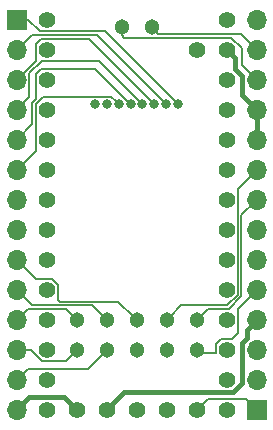
<source format=gbr>
G04 #@! TF.GenerationSoftware,KiCad,Pcbnew,(5.1.4-0-10_14)*
G04 #@! TF.CreationDate,2019-10-03T18:56:30-07:00*
G04 #@! TF.ProjectId,teensy4_header_breakout,7465656e-7379-4345-9f68-65616465725f,rev?*
G04 #@! TF.SameCoordinates,Original*
G04 #@! TF.FileFunction,Copper,L1,Top*
G04 #@! TF.FilePolarity,Positive*
%FSLAX46Y46*%
G04 Gerber Fmt 4.6, Leading zero omitted, Abs format (unit mm)*
G04 Created by KiCad (PCBNEW (5.1.4-0-10_14)) date 2019-10-03 18:56:30*
%MOMM*%
%LPD*%
G04 APERTURE LIST*
%ADD10C,1.404000*%
%ADD11C,1.304000*%
%ADD12C,0.804000*%
%ADD13O,1.700000X1.700000*%
%ADD14R,1.700000X1.700000*%
%ADD15C,0.152400*%
%ADD16C,0.457200*%
G04 APERTURE END LIST*
D10*
X152400000Y-111760000D03*
X167640000Y-81280000D03*
X165100000Y-83820000D03*
X167640000Y-83820000D03*
X167640000Y-86360000D03*
X167640000Y-88900000D03*
X167640000Y-91440000D03*
X167640000Y-93980000D03*
X167640000Y-96520000D03*
X167640000Y-99060000D03*
X167640000Y-101600000D03*
X167640000Y-104140000D03*
X167640000Y-106680000D03*
X167640000Y-109220000D03*
X167640000Y-111760000D03*
X167640000Y-114300000D03*
X165100000Y-114300000D03*
X162560000Y-114300000D03*
X160020000Y-114300000D03*
X157480000Y-114300000D03*
X154940000Y-114300000D03*
X152400000Y-114300000D03*
X152400000Y-109220000D03*
X152400000Y-106680000D03*
X152400000Y-104140000D03*
X152400000Y-101600000D03*
X152400000Y-99060000D03*
X152400000Y-96520000D03*
X152400000Y-93980000D03*
X152400000Y-91440000D03*
X152400000Y-88900000D03*
X152400000Y-86360000D03*
D11*
X158750000Y-81915000D03*
X161290000Y-81915000D03*
D12*
X156520000Y-88418400D03*
X157520000Y-88418400D03*
X158520000Y-88418400D03*
X159520000Y-88418400D03*
X160520000Y-88418400D03*
X161520000Y-88418400D03*
X162520000Y-88418400D03*
X163520000Y-88418400D03*
D11*
X154940000Y-106680000D03*
X154940000Y-109220000D03*
X157480000Y-106680000D03*
X157480000Y-109220000D03*
X160020000Y-106680000D03*
X160020000Y-109220000D03*
X162560000Y-106680000D03*
X162560000Y-109220000D03*
X165100000Y-106680000D03*
X165100000Y-109220000D03*
D10*
X152400000Y-83820000D03*
X152400000Y-81280000D03*
D13*
X170180000Y-81280000D03*
X170180000Y-83820000D03*
X170180000Y-86360000D03*
X170180000Y-88900000D03*
X170180000Y-91440000D03*
X170180000Y-93980000D03*
X170180000Y-96520000D03*
X170180000Y-99060000D03*
X170180000Y-101600000D03*
X170180000Y-104140000D03*
X170180000Y-106680000D03*
X170180000Y-109220000D03*
X170180000Y-111760000D03*
D14*
X170180000Y-114300000D03*
D13*
X149860000Y-114300000D03*
X149860000Y-111760000D03*
X149860000Y-109220000D03*
X149860000Y-106680000D03*
X149860000Y-104140000D03*
X149860000Y-101600000D03*
X149860000Y-99060000D03*
X149860000Y-96520000D03*
X149860000Y-93980000D03*
X149860000Y-91440000D03*
X149860000Y-88900000D03*
X149860000Y-86360000D03*
X149860000Y-83820000D03*
D14*
X149860000Y-81280000D03*
D15*
X154009399Y-113369399D02*
X154686390Y-114046390D01*
X150790601Y-113369399D02*
X154009399Y-113369399D01*
X149860000Y-114300000D02*
X150790601Y-113369399D01*
D16*
X153856999Y-113216999D02*
X154533990Y-113893990D01*
X150943001Y-113216999D02*
X153856999Y-113216999D01*
X149860000Y-114300000D02*
X150943001Y-113216999D01*
D15*
X154009399Y-110150601D02*
X154686390Y-109473610D01*
X151992682Y-110150601D02*
X154009399Y-110150601D01*
X151062081Y-109220000D02*
X151992682Y-110150601D01*
X149860000Y-109220000D02*
X151062081Y-109220000D01*
X150790601Y-110829399D02*
X155870601Y-110829399D01*
X155870601Y-110829399D02*
X157226390Y-109473610D01*
X149860000Y-111760000D02*
X150790601Y-110829399D01*
X150790601Y-105749399D02*
X154009399Y-105749399D01*
X154009399Y-105749399D02*
X154686390Y-106426390D01*
X149860000Y-106680000D02*
X150790601Y-105749399D01*
X149860000Y-104140000D02*
X151164588Y-105444588D01*
X156244588Y-105444588D02*
X157226390Y-106426390D01*
X151164588Y-105444588D02*
X156244588Y-105444588D01*
X153390620Y-103753330D02*
X153390620Y-105005087D01*
X153525310Y-105139777D02*
X158479777Y-105139777D01*
X152846689Y-103209399D02*
X153390620Y-103753330D01*
X149860000Y-101600000D02*
X151469399Y-103209399D01*
X151469399Y-103209399D02*
X152846689Y-103209399D01*
X153390620Y-105005087D02*
X153525310Y-105139777D01*
X158479777Y-105139777D02*
X159766390Y-106426390D01*
X149860000Y-81280000D02*
X150862400Y-81280000D01*
X150862400Y-81280000D02*
X151827589Y-82245189D01*
X151827589Y-82245189D02*
X157346789Y-82245189D01*
X157346789Y-82245189D02*
X163239990Y-88138390D01*
X151130000Y-82550000D02*
X156651600Y-82550000D01*
X149860000Y-83820000D02*
X151130000Y-82550000D01*
X156651600Y-82550000D02*
X162239990Y-88138390D01*
X151469399Y-84750601D02*
X151469399Y-83373311D01*
X151953311Y-82889399D02*
X155990999Y-82889399D01*
X155990999Y-82889399D02*
X161239990Y-88138390D01*
X149860000Y-86360000D02*
X151469399Y-84750601D01*
X151469399Y-83373311D02*
X151953311Y-82889399D01*
X150938601Y-87821399D02*
X150938601Y-85787601D01*
X149860000Y-88900000D02*
X150938601Y-87821399D01*
X151975601Y-84750601D02*
X156852201Y-84750601D01*
X150938601Y-85787601D02*
X151975601Y-84750601D01*
X156852201Y-84750601D02*
X160239990Y-88138390D01*
X151469399Y-88022245D02*
X151469399Y-85913311D01*
X156530999Y-85429399D02*
X159239990Y-88138390D01*
X151164588Y-90135412D02*
X151164588Y-88327055D01*
X151164588Y-88327055D02*
X151469399Y-88022245D01*
X151469399Y-85913311D02*
X151953311Y-85429399D01*
X149860000Y-91440000D02*
X151164588Y-90135412D01*
X151953311Y-85429399D02*
X156530999Y-85429399D01*
X157889399Y-87787799D02*
X158239990Y-88138390D01*
X149860000Y-93980000D02*
X151469399Y-92370601D01*
X151469399Y-92370601D02*
X151469399Y-88453311D01*
X152134911Y-87787799D02*
X157889399Y-87787799D01*
X151469399Y-88453311D02*
X152134911Y-87787799D01*
X170180000Y-83820000D02*
X168850790Y-82490790D01*
X168850790Y-82490790D02*
X161865790Y-82490790D01*
X161865790Y-82490790D02*
X161543610Y-82168610D01*
X170180000Y-86360000D02*
X168910000Y-85090000D01*
X167992891Y-82795601D02*
X158995601Y-82795601D01*
X168910000Y-83712710D02*
X167992891Y-82795601D01*
X168910000Y-85090000D02*
X168910000Y-83712710D01*
X158750000Y-82550000D02*
X158750000Y-82168610D01*
X158995601Y-82795601D02*
X158750000Y-82550000D01*
X170180000Y-96520000D02*
X168875412Y-97824588D01*
X168875412Y-104712945D02*
X167838958Y-105749399D01*
X167838958Y-105749399D02*
X166030601Y-105749399D01*
X168875412Y-97824588D02*
X168875412Y-104712945D01*
X166030601Y-105749399D02*
X165353610Y-106426390D01*
X167712701Y-105444589D02*
X165904345Y-105444589D01*
X168570601Y-104586689D02*
X167712701Y-105444589D01*
X170180000Y-93980000D02*
X168570601Y-95589399D01*
X168570601Y-95589399D02*
X168570601Y-104586689D01*
X165904345Y-105444589D02*
X165888134Y-105460800D01*
X163779200Y-105460800D02*
X162813610Y-106426390D01*
X165888134Y-105460800D02*
X163779200Y-105460800D01*
X166709399Y-109471803D02*
X166707592Y-109473610D01*
X168570601Y-105749399D02*
X168570601Y-107805487D01*
X170180000Y-104140000D02*
X168570601Y-105749399D01*
X167193311Y-108289399D02*
X166709399Y-108773311D01*
X168570601Y-107805487D02*
X168086689Y-108289399D01*
X166707592Y-109473610D02*
X165353610Y-109473610D01*
X168086689Y-108289399D02*
X167193311Y-108289399D01*
X166709399Y-108773311D02*
X166709399Y-109471803D01*
X166030601Y-113369399D02*
X165353610Y-114046390D01*
X169249399Y-113369399D02*
X166030601Y-113369399D01*
X170180000Y-114300000D02*
X169249399Y-113369399D01*
D16*
X168159841Y-112843001D02*
X158936999Y-112843001D01*
X168948999Y-112053843D02*
X168159841Y-112843001D01*
X168948999Y-108629119D02*
X168948999Y-112053843D01*
X170180000Y-106680000D02*
X169330001Y-107529999D01*
X169330001Y-108248117D02*
X168948999Y-108629119D01*
X169330001Y-107529999D02*
X169330001Y-108248117D01*
X158936999Y-112843001D02*
X157886010Y-113893990D01*
X168948999Y-87668999D02*
X169330001Y-88050001D01*
X168948999Y-86066157D02*
X168948999Y-87668999D01*
X168341999Y-85459157D02*
X168948999Y-86066157D01*
X169330001Y-88050001D02*
X170180000Y-88900000D01*
X168341999Y-84521999D02*
X168341999Y-85459157D01*
X167640000Y-83820000D02*
X168341999Y-84521999D01*
X170180000Y-88900000D02*
X170180000Y-91440000D01*
M02*

</source>
